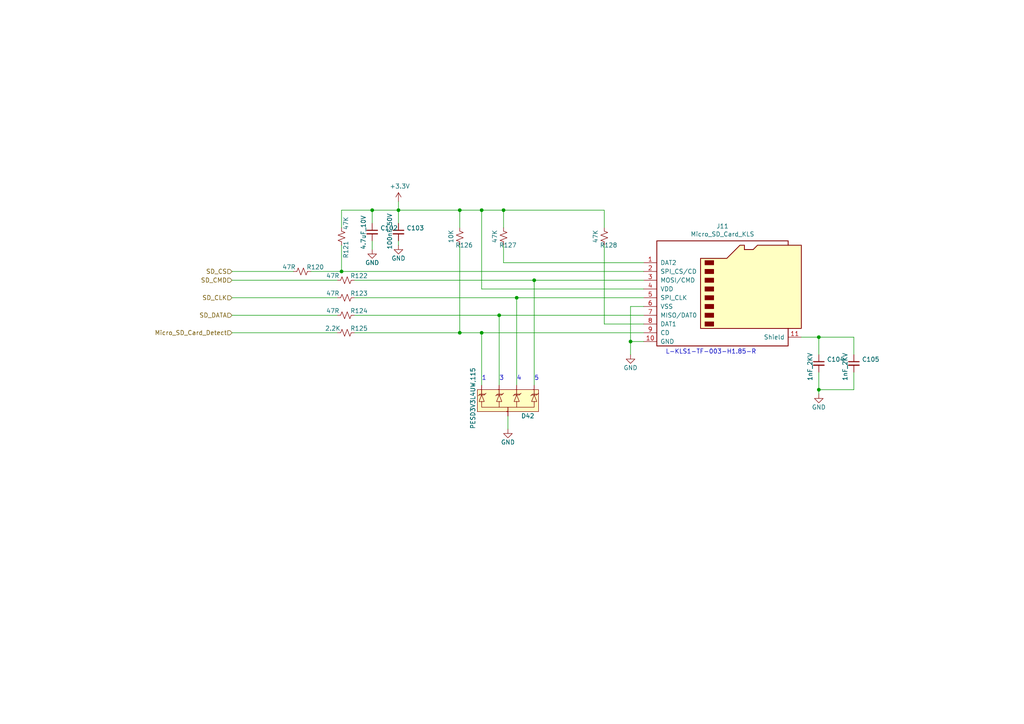
<source format=kicad_sch>
(kicad_sch (version 20231120) (generator "eeschema") (generator_version "8.0")
  (paper "A4")
  (lib_symbols
    (symbol "AKE_Capacitor:Capacitor_UnPolarised" (pin_numbers hide) (pin_names (offset 0.254) hide)
      (property "Reference" "C" (at 0.254 1.778 0))
      (property "Value" "Capacitor_UnPolarised" (at 0.254 -2.032 0))
      (symbol "Capacitor_UnPolarised_0_1"
        (polyline (pts (xy -1.524 -0.508) (xy 1.524 -0.508)) (stroke (width 0.3302)))
        (polyline (pts (xy -1.524 0.508) (xy 1.524 0.508)) (stroke (width 0.3048)))
      )
      (symbol "Capacitor_UnPolarised_1_1"
        (pin passive line (at 0 2.54 270) (length 2.032) (name "~") (number "1"))
        (pin passive line (at 0 -2.54 90) (length 2.032) (name "~") (number "2"))
      )
    )
    (symbol "AKE_Connector_Socket:Micro_SD_Card_KLS" (pin_names (offset 1.016))
      (property "Reference" "J" (at 6.35 31.75 0))
      (property "Value" "Micro_SD_Card_KLS" (at 39.37 31.75 0))
      (symbol "Micro_SD_Card_KLS_0_1"
        (polyline (pts (xy 39.37 29.21) (xy 39.37 30.48) (xy 1.27 30.48) (xy 1.27 0) (xy 39.37 0) (xy 39.37 5.08)) (stroke (width 0.254)))
        (polyline (pts (xy 13.97 5.08) (xy 13.97 25.4) (xy 21.59 25.4) (xy 25.4 29.21) (xy 26.67 29.21) (xy 26.67 27.94) (xy 29.21 27.94) (xy 30.48 29.21) (xy 43.18 29.21) (xy 43.18 5.08) (xy 13.97 5.08)) (stroke (width 0.254)) (fill (type background)))
        (rectangle (start 15.24 6.985) (end 17.78 5.715) (fill (type outline)))
        (rectangle (start 15.24 9.525) (end 17.78 8.255) (fill (type outline)))
        (rectangle (start 15.24 12.065) (end 17.78 10.795) (fill (type outline)))
        (rectangle (start 15.24 14.605) (end 17.78 13.335) (fill (type outline)))
        (rectangle (start 15.24 17.145) (end 17.78 15.875) (fill (type outline)))
        (rectangle (start 15.24 19.685) (end 17.78 18.415) (fill (type outline)))
        (rectangle (start 15.24 22.225) (end 17.78 20.955) (fill (type outline)))
        (rectangle (start 15.24 24.765) (end 17.78 23.495) (fill (type outline)))
      )
      (symbol "Micro_SD_Card_KLS_1_1"
        (pin bidirectional line (at -2.54 24.13 0) (length 3.81) (name "DAT2") (number "1"))
        (pin bidirectional line (at -2.54 1.27 0) (length 3.81) (name "GND") (number "10"))
        (pin bidirectional line (at 43.18 2.54 180) (length 3.81) (name "Shield") (number "11"))
        (pin bidirectional line (at -2.54 21.59 0) (length 3.81) (name "SPI_CS/CD") (number "2"))
        (pin input line (at -2.54 19.05 0) (length 3.81) (name "MOSI/CMD") (number "3"))
        (pin power_in line (at -2.54 16.51 0) (length 3.81) (name "VDD") (number "4"))
        (pin input line (at -2.54 13.97 0) (length 3.81) (name "SPI_CLK") (number "5"))
        (pin power_in line (at -2.54 11.43 0) (length 3.81) (name "VSS") (number "6"))
        (pin bidirectional line (at -2.54 8.89 0) (length 3.81) (name "MISO/DAT0") (number "7"))
        (pin bidirectional line (at -2.54 6.35 0) (length 3.81) (name "DAT1") (number "8"))
        (pin bidirectional line (at -2.54 3.81 0) (length 3.81) (name "CD") (number "9"))
      )
    )
    (symbol "AKE_Diode:PESD3V3L4UW,115" (pin_names (offset 1.016))
      (property "Reference" "D" (at 21.59 1.27 0))
      (property "Value" "PESD3V3L4UW,115" (at 21.59 -1.27 0))
      (symbol "PESD3V3L4UW,115_0_1"
        (polyline (pts (xy 2.54 3.81) (xy 2.54 4.191)) (stroke (width 0.1524)))
        (polyline (pts (xy 3.302 6.096) (xy 1.778 6.096)) (stroke (width 0.1524)))
        (polyline (pts (xy 3.302 6.096) (xy 3.81 6.604)) (stroke (width 0.1524)))
        (polyline (pts (xy 7.62 3.81) (xy 7.62 2.54)))
        (polyline (pts (xy 7.62 3.81) (xy 7.62 4.191)) (stroke (width 0.1524)))
        (polyline (pts (xy 8.382 6.096) (xy 6.858 6.096)) (stroke (width 0.1524)))
        (polyline (pts (xy 8.382 6.096) (xy 8.89 6.604)) (stroke (width 0.1524)))
        (polyline (pts (xy 12.7 3.81) (xy 12.7 2.54)))
        (polyline (pts (xy 12.7 3.81) (xy 12.7 4.191)) (stroke (width 0.1524)))
        (polyline (pts (xy 13.462 6.096) (xy 11.938 6.096)) (stroke (width 0.1524)))
        (polyline (pts (xy 13.462 6.096) (xy 13.97 6.604)) (stroke (width 0.1524)))
        (polyline (pts (xy 17.78 3.81) (xy 17.78 4.191)) (stroke (width 0.1524)))
        (polyline (pts (xy 18.542 6.096) (xy 17.018 6.096)) (stroke (width 0.1524)))
        (polyline (pts (xy 18.542 6.096) (xy 19.05 6.604)) (stroke (width 0.1524)))
        (polyline (pts (xy 3.556 6.35) (xy 2.032 6.35) (xy 1.524 5.842)) (stroke (width 0.1524)))
        (polyline (pts (xy 8.636 6.35) (xy 7.112 6.35) (xy 6.604 5.842)) (stroke (width 0.1524)))
        (polyline (pts (xy 13.716 6.35) (xy 12.192 6.35) (xy 11.684 5.842)) (stroke (width 0.1524)))
        (polyline (pts (xy 18.796 6.35) (xy 17.272 6.35) (xy 16.764 5.842)) (stroke (width 0.1524)))
        (polyline (pts (xy 2.54 3.81) (xy 2.54 2.54) (xy 17.78 2.54) (xy 17.78 3.81)))
        (polyline (pts (xy 2.54 6.096) (xy 3.302 4.191) (xy 1.778 4.191) (xy 2.54 6.096)) (stroke (width 0.1524)))
        (polyline (pts (xy 7.62 6.096) (xy 8.382 4.191) (xy 6.858 4.191) (xy 7.62 6.096)) (stroke (width 0.1524)))
        (polyline (pts (xy 12.7 6.096) (xy 13.462 4.191) (xy 11.938 4.191) (xy 12.7 6.096)) (stroke (width 0.1524)))
        (polyline (pts (xy 17.78 6.096) (xy 18.542 4.191) (xy 17.018 4.191) (xy 17.78 6.096)) (stroke (width 0.1524)))
        (rectangle (start 19.05 1.27) (end 1.27 7.62) (fill (type background)))
      )
      (symbol "PESD3V3L4UW,115_1_1"
        (pin passive line (at 2.54 8.89 270) (length 2.54) (name "~") (number "1"))
        (pin passive line (at 10.16 0 90) (length 2.54) (name "~") (number "2"))
        (pin passive line (at 7.62 8.89 270) (length 2.54) (name "~") (number "3"))
        (pin passive line (at 12.7 8.89 270) (length 2.54) (name "~") (number "4"))
        (pin passive line (at 17.78 8.89 270) (length 2.54) (name "~") (number "5"))
      )
    )
    (symbol "AKE_Power:+3.3V" (power) (pin_names (offset 0))
      (property "Value" "+3.3V" (at 0 3.556 0))
      (symbol "+3.3V_0_1"
        (polyline (pts (xy -0.762 1.27) (xy 0 2.54)))
        (polyline (pts (xy 0 0) (xy 0 2.54)))
        (polyline (pts (xy 0 2.54) (xy 0.762 1.27)))
      )
      (symbol "+3.3V_1_1"
        (pin power_in line (at 0 0 90) (length 0) hide (name "+3.3V") (number "1"))
      )
    )
    (symbol "AKE_Power:GND" (power) (pin_names (offset 0))
      (property "Value" "GND" (at 0 -3.81 0))
      (symbol "GND_0_1"
        (polyline (pts (xy 0 0) (xy 0 -1.27) (xy 1.27 -1.27) (xy 0 -2.54) (xy -1.27 -1.27) (xy 0 -1.27)))
      )
      (symbol "GND_1_1"
        (pin power_in line (at 0 0 270) (length 0) hide (name "GND") (number "1"))
      )
    )
    (symbol "AKE_Resistor:Resistor_US" (pin_numbers hide) (pin_names (offset 0.254) hide)
      (property "Reference" "R" (at 0.762 0.508 0))
      (property "Value" "Resistor_US" (at 0.762 -1.016 0))
      (symbol "Resistor_US_1_1"
        (polyline (pts (xy 0 0) (xy 1.016 -0.381) (xy 0 -0.762) (xy -1.016 -1.143) (xy 0 -1.524)))
        (polyline (pts (xy 0 1.524) (xy 1.016 1.143) (xy 0 0.762) (xy -1.016 0.381) (xy 0 0)))
        (pin passive line (at 0 2.54 270) (length 1.016) (name "~") (number "1"))
        (pin passive line (at 0 -2.54 90) (length 1.016) (name "~") (number "2"))
      )
    )
  )
  (junction (at 182.88 99.06))
  (junction (at 146.05 60.96))
  (junction (at 107.95 60.96))
  (junction (at 139.7 60.96))
  (junction (at 99.06 78.74))
  (junction (at 237.49 97.79))
  (junction (at 139.7 96.52))
  (junction (at 149.86 86.36))
  (junction (at 133.35 96.52))
  (junction (at 115.57 60.96))
  (junction (at 144.78 91.44))
  (junction (at 133.35 60.96))
  (junction (at 237.49 113.03))
  (junction (at 154.94 81.28))
  (wire (pts (xy 247.65 113.03) (xy 247.65 107.95)))
  (wire (pts (xy 133.35 66.04) (xy 133.35 60.96)))
  (wire (pts (xy 107.95 69.85) (xy 107.95 72.39)))
  (wire (pts (xy 99.06 71.12) (xy 99.06 78.74)))
  (wire (pts (xy 182.88 99.06) (xy 186.69 99.06)))
  (wire (pts (xy 175.26 60.96) (xy 146.05 60.96)))
  (wire (pts (xy 115.57 60.96) (xy 133.35 60.96)))
  (wire (pts (xy 97.79 86.36) (xy 67.31 86.36)))
  (wire (pts (xy 146.05 76.2) (xy 146.05 71.12)))
  (wire (pts (xy 102.87 81.28) (xy 154.94 81.28)))
  (wire (pts (xy 133.35 60.96) (xy 139.7 60.96)))
  (wire (pts (xy 146.05 66.04) (xy 146.05 60.96)))
  (wire (pts (xy 102.87 91.44) (xy 144.78 91.44)))
  (wire (pts (xy 237.49 97.79) (xy 247.65 97.79)))
  (wire (pts (xy 182.88 99.06) (xy 182.88 102.87)))
  (wire (pts (xy 186.69 76.2) (xy 146.05 76.2)))
  (wire (pts (xy 182.88 88.9) (xy 182.88 99.06)))
  (wire (pts (xy 99.06 78.74) (xy 186.69 78.74)))
  (wire (pts (xy 115.57 58.42) (xy 115.57 60.96)))
  (wire (pts (xy 154.94 81.28) (xy 186.69 81.28)))
  (wire (pts (xy 102.87 86.36) (xy 149.86 86.36)))
  (wire (pts (xy 186.69 93.98) (xy 175.26 93.98)))
  (wire (pts (xy 99.06 66.04) (xy 99.06 60.96)))
  (wire (pts (xy 175.26 66.04) (xy 175.26 60.96)))
  (wire (pts (xy 67.31 91.44) (xy 97.79 91.44)))
  (wire (pts (xy 154.94 111.76) (xy 154.94 81.28)))
  (wire (pts (xy 149.86 111.76) (xy 149.86 86.36)))
  (wire (pts (xy 182.88 88.9) (xy 186.69 88.9)))
  (wire (pts (xy 115.57 60.96) (xy 115.57 64.77)))
  (wire (pts (xy 107.95 64.77) (xy 107.95 60.96)))
  (wire (pts (xy 139.7 96.52) (xy 186.69 96.52)))
  (wire (pts (xy 237.49 113.03) (xy 237.49 107.95)))
  (wire (pts (xy 115.57 69.85) (xy 115.57 71.12)))
  (wire (pts (xy 147.32 120.65) (xy 147.32 124.46)))
  (wire (pts (xy 139.7 83.82) (xy 186.69 83.82)))
  (wire (pts (xy 107.95 60.96) (xy 115.57 60.96)))
  (wire (pts (xy 90.17 78.74) (xy 99.06 78.74)))
  (wire (pts (xy 139.7 60.96) (xy 139.7 83.82)))
  (wire (pts (xy 139.7 111.76) (xy 139.7 96.52)))
  (wire (pts (xy 237.49 114.3) (xy 237.49 113.03)))
  (wire (pts (xy 133.35 71.12) (xy 133.35 96.52)))
  (wire (pts (xy 247.65 102.87) (xy 247.65 97.79)))
  (wire (pts (xy 144.78 111.76) (xy 144.78 91.44)))
  (wire (pts (xy 144.78 91.44) (xy 186.69 91.44)))
  (wire (pts (xy 102.87 96.52) (xy 133.35 96.52)))
  (wire (pts (xy 237.49 113.03) (xy 247.65 113.03)))
  (wire (pts (xy 237.49 102.87) (xy 237.49 97.79)))
  (wire (pts (xy 149.86 86.36) (xy 186.69 86.36)))
  (wire (pts (xy 175.26 93.98) (xy 175.26 71.12)))
  (wire (pts (xy 146.05 60.96) (xy 139.7 60.96)))
  (wire (pts (xy 97.79 81.28) (xy 67.31 81.28)))
  (wire (pts (xy 67.31 78.74) (xy 85.09 78.74)))
  (wire (pts (xy 232.41 97.79) (xy 237.49 97.79)))
  (wire (pts (xy 67.31 96.52) (xy 97.79 96.52)))
  (wire (pts (xy 99.06 60.96) (xy 107.95 60.96)))
  (wire (pts (xy 133.35 96.52) (xy 139.7 96.52)))
  (text "4" (at 149.86 110.49 0) (effects (font (size 1.27 1.27)) (justify left bottom)))
  (text "3" (at 144.78 110.49 0) (effects (font (size 1.27 1.27)) (justify left bottom)))
  (text "5" (at 154.94 110.49 0) (effects (font (size 1.27 1.27)) (justify left bottom)))
  (text "1" (at 139.7 110.49 0) (effects (font (size 1.27 1.27)) (justify left bottom)))
  (text "L-KLS1-TF-003-H1.85-R\n" (at 193.04 102.87 0) (effects (font (size 1.27 1.27)) (justify left bottom)))
  (hierarchical_label "SD_CLK" (shape input) (at 67.31 86.36 180))
  (hierarchical_label "Micro_SD_Card_Detect" (shape input) (at 67.31 96.52 180))
  (hierarchical_label "SD_CS" (shape input) (at 67.31 78.74 180))
  (hierarchical_label "SD_DATA" (shape input) (at 67.31 91.44 180))
  (hierarchical_label "SD_CMD" (shape input) (at 67.31 81.28 180))
  (symbol (lib_id "AKE_Connector_Socket:Micro_SD_Card_KLS") (at 189.23 100.33 0) (unit 1)
    (property "Reference" "J11" (at 209.55 65.6082 0))
    (property "Value" "Micro_SD_Card_KLS" (at 209.55 67.9196 0))
    (property "Footprint" "AKE_Connector_Socket_SMD:Micro_SD_Card_Socket_KLS" (effects (hide yes)))
    (property "Datasheet" "https://cdn.ozdisan.com/ETicaret_Dosya/466548_2616024.PDF" (effects (hide yes)))
    (property "MFG P/N" "L-KLS1-TF-003-H1.85-R" (effects (hide yes)))
  )
  (symbol (lib_id "AKE_Resistor:Resistor_US") (at 100.33 86.36 270) (unit 1)
    (property "Reference" "R123" (at 104.14 85.09 90))
    (property "Value" "47R" (at 96.52 85.09 90))
    (property "Footprint" "AKE_Resistor_SMD:RES_0603" (effects (hide yes)))
    (property "MFG P/N" "*" (effects (hide yes)))
  )
  (symbol (lib_id "AKE_Resistor:Resistor_US") (at 100.33 91.44 270) (unit 1)
    (property "Reference" "R124" (at 104.14 90.17 90))
    (property "Value" "47R" (at 96.52 90.17 90))
    (property "Footprint" "AKE_Resistor_SMD:RES_0603" (effects (hide yes)))
    (property "MFG P/N" "*" (effects (hide yes)))
  )
  (symbol (lib_id "AKE_Resistor:Resistor_US") (at 100.33 81.28 270) (unit 1)
    (property "Reference" "R122" (at 104.14 80.01 90))
    (property "Value" "47R" (at 96.52 80.01 90))
    (property "Footprint" "AKE_Resistor_SMD:RES_0603" (effects (hide yes)))
    (property "MFG P/N" "*" (effects (hide yes)))
  )
  (symbol (lib_id "AKE_Power:GND") (at 237.49 114.3 0) (unit 1)
    (property "Reference" "#PWR0174" (effects (hide yes)))
    (property "Value" "GND" (at 237.49 118.11 0))
  )
  (symbol (lib_id "AKE_Resistor:Resistor_US") (at 100.33 96.52 270) (unit 1)
    (property "Reference" "R125" (at 104.14 95.25 90))
    (property "Value" "2.2K" (at 96.52 95.25 90))
    (property "Footprint" "AKE_Resistor_SMD:RES_0603" (effects (hide yes)))
    (property "MFG P/N" "*" (effects (hide yes)))
  )
  (symbol (lib_id "AKE_Resistor:Resistor_US") (at 87.63 78.74 270) (unit 1)
    (property "Reference" "R120" (at 91.44 77.47 90))
    (property "Value" "47R" (at 83.82 77.47 90))
    (property "Footprint" "AKE_Resistor_SMD:RES_0603" (effects (hide yes)))
    (property "MFG P/N" "*" (effects (hide yes)))
  )
  (symbol (lib_id "AKE_Resistor:Resistor_US") (at 146.05 68.58 0) (unit 1)
    (property "Reference" "R127" (at 147.32 71.12 0))
    (property "Value" "47K" (at 143.51 68.58 90))
    (property "Footprint" "AKE_Resistor_SMD:RES_0603" (effects (hide yes)))
    (property "MFG P/N" "*" (effects (hide yes)))
  )
  (symbol (lib_id "AKE_Power:GND") (at 147.32 124.46 0) (unit 1)
    (property "Reference" "#PWR0172" (effects (hide yes)))
    (property "Value" "GND" (at 147.32 128.27 0))
  )
  (symbol (lib_id "AKE_Diode:PESD3V3L4UW,115") (at 137.16 120.65 0) (unit 1)
    (property "Reference" "D42" (at 151.13 120.65 0) (effects (justify left)))
    (property "Value" "PESD3V3L4UW,115" (at 137.16 124.46 90) (effects (justify left)))
    (property "Footprint" "AKE_Diode_SMD:SOT-665" (effects (hide yes)))
    (property "Datasheet" "https://assets.nexperia.com/documents/data-sheet/PESDXL4UF_G_W.pdf" (effects (hide yes)))
    (property "MFG P/N" "PESD3V3L4UW,115" (effects (hide yes)))
  )
  (symbol (lib_id "AKE_Power:GND") (at 182.88 102.87 0) (unit 1)
    (property "Reference" "#PWR0173" (effects (hide yes)))
    (property "Value" "GND" (at 182.88 106.68 0))
  )
  (symbol (lib_id "AKE_Capacitor:Capacitor_UnPolarised") (at 107.95 67.31 0) (unit 1)
    (property "Reference" "C102" (at 110.2868 66.1416 0) (effects (justify left)))
    (property "Value" "4.7uF_10V" (at 105.41 72.39 90) (effects (justify left)))
    (property "Footprint" "AKE_Capacitor_SMD:CAP_0603" (effects (hide yes)))
    (property "MFG P/N" "*" (effects (hide yes)))
  )
  (symbol (lib_id "AKE_Resistor:Resistor_US") (at 133.35 68.58 0) (unit 1)
    (property "Reference" "R126" (at 134.62 71.12 0))
    (property "Value" "10K" (at 130.81 68.58 90))
    (property "Footprint" "AKE_Resistor_SMD:RES_0603" (effects (hide yes)))
    (property "MFG P/N" "*" (effects (hide yes)))
  )
  (symbol (lib_id "AKE_Power:GND") (at 115.57 71.12 0) (unit 1)
    (property "Reference" "#PWR0171" (effects (hide yes)))
    (property "Value" "GND" (at 115.57 74.93 0))
  )
  (symbol (lib_id "AKE_Power:+3.3V") (at 115.57 58.42 0) (unit 1)
    (property "Reference" "#PWR0170" (effects (hide yes)))
    (property "Value" "+3.3V" (at 115.951 54.0258 0))
  )
  (symbol (lib_id "AKE_Capacitor:Capacitor_UnPolarised") (at 115.57 67.31 0) (unit 1)
    (property "Reference" "C103" (at 117.9068 66.1416 0) (effects (justify left)))
    (property "Value" "100nF_50V" (at 113.03 72.39 90) (effects (justify left)))
    (property "Footprint" "AKE_Capacitor_SMD:CAP_0603" (effects (hide yes)))
    (property "MFG P/N" "*" (effects (hide yes)))
  )
  (symbol (lib_id "AKE_Capacitor:Capacitor_UnPolarised") (at 247.65 105.41 0) (unit 1)
    (property "Reference" "C105" (at 249.9868 104.2416 0) (effects (justify left)))
    (property "Value" "1nF_2KV" (at 245.11 110.49 90) (effects (justify left)))
    (property "Footprint" "AKE_Capacitor_SMD:CAP_1206" (effects (hide yes)))
    (property "MFG P/N" "*" (effects (hide yes)))
  )
  (symbol (lib_id "AKE_Power:GND") (at 107.95 72.39 0) (unit 1)
    (property "Reference" "#PWR0169" (effects (hide yes)))
    (property "Value" "GND" (at 107.95 76.2 0))
  )
  (symbol (lib_id "AKE_Capacitor:Capacitor_UnPolarised") (at 237.49 105.41 0) (unit 1)
    (property "Reference" "C104" (at 239.8268 104.2416 0) (effects (justify left)))
    (property "Value" "1nF_2KV" (at 234.95 110.49 90) (effects (justify left)))
    (property "Footprint" "AKE_Capacitor_SMD:CAP_1206" (effects (hide yes)))
    (property "MFG P/N" "*" (effects (hide yes)))
  )
  (symbol (lib_id "AKE_Resistor:Resistor_US") (at 175.26 68.58 0) (unit 1)
    (property "Reference" "R128" (at 176.53 71.12 0))
    (property "Value" "47K" (at 172.72 68.58 90))
    (property "Footprint" "AKE_Resistor_SMD:RES_0603" (effects (hide yes)))
    (property "MFG P/N" "*" (effects (hide yes)))
  )
  (symbol (lib_id "AKE_Resistor:Resistor_US") (at 99.06 68.58 180) (unit 1)
    (property "Reference" "R121" (at 100.33 72.39 90))
    (property "Value" "47K" (at 100.33 64.77 90))
    (property "Footprint" "AKE_Resistor_SMD:RES_0603" (effects (hide yes)))
    (property "MFG P/N" "*" (effects (hide yes)))
  )
)
</source>
